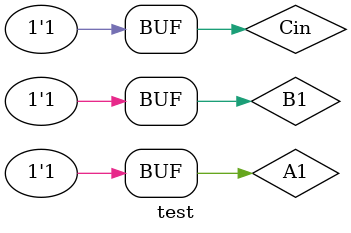
<source format=v>
`timescale 1ns / 1ps


module test;

	// Inputs
	reg A1;
	reg B1;
	reg Cin;

	// Outputs
	wire S1;
	wire Cout1;

	// Instantiate the Unit Under Test (UUT)
	add_1bit uut (
		.S1(S1), 
		.Cout1(Cout1), 
		.A1(A1), 
		.B1(B1), 
		.Cin(Cin)
	);

	initial begin
		// Initialize Inputs
		A1 = 0;
		B1 = 0;
		Cin = 0;

		// Wait 100 ns for global reset to finish
		#100;
		A1 = 0;
		B1 = 1;
		Cin = 0;

		// Wait 100 ns for global reset to finish
		#100;
		A1 = 1;
		B1 = 0;
		Cin = 0;

		// Wait 100 ns for global reset to finish
		#100;
		A1 = 1;
		B1 = 1;
		Cin = 0;

		// Wait 100 ns for global reset to finish
		#100;
		A1 = 0;
		B1 = 0;
		Cin = 1;

		// Wait 100 ns for global reset to finish
		#100;
		A1 = 0;
		B1 = 1;
		Cin = 1;

		// Wait 100 ns for global reset to finish
		#100;
		A1 = 1;
		B1 = 0;
		Cin = 1;

		// Wait 100 ns for global reset to finish
		#100;A1 = 1;
		B1 = 1;
		Cin = 1;

        
		// Add stimulus here

	end
      
endmodule


</source>
